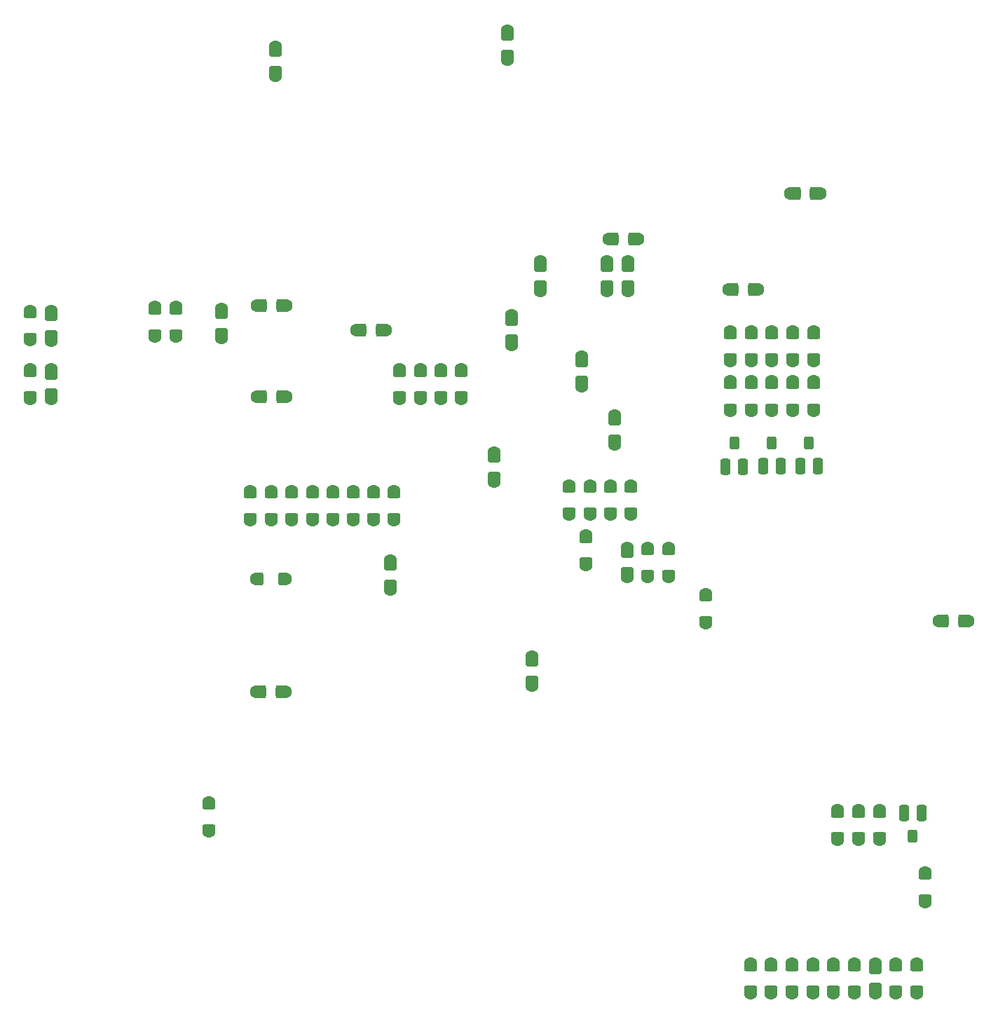
<source format=gbp>
G04 #@! TF.GenerationSoftware,KiCad,Pcbnew,7.0.2-0*
G04 #@! TF.CreationDate,2023-08-18T12:02:02+02:00*
G04 #@! TF.ProjectId,PCE,5043452e-6b69-4636-9164-5f7063625858,rev?*
G04 #@! TF.SameCoordinates,Original*
G04 #@! TF.FileFunction,Paste,Bot*
G04 #@! TF.FilePolarity,Positive*
%FSLAX46Y46*%
G04 Gerber Fmt 4.6, Leading zero omitted, Abs format (unit mm)*
G04 Created by KiCad (PCBNEW 7.0.2-0) date 2023-08-18 12:02:02*
%MOMM*%
%LPD*%
G01*
G04 APERTURE LIST*
G04 Aperture macros list*
%AMRoundRect*
0 Rectangle with rounded corners*
0 $1 Rounding radius*
0 $2 $3 $4 $5 $6 $7 $8 $9 X,Y pos of 4 corners*
0 Add a 4 corners polygon primitive as box body*
4,1,4,$2,$3,$4,$5,$6,$7,$8,$9,$2,$3,0*
0 Add four circle primitives for the rounded corners*
1,1,$1+$1,$2,$3*
1,1,$1+$1,$4,$5*
1,1,$1+$1,$6,$7*
1,1,$1+$1,$8,$9*
0 Add four rect primitives between the rounded corners*
20,1,$1+$1,$2,$3,$4,$5,0*
20,1,$1+$1,$4,$5,$6,$7,0*
20,1,$1+$1,$6,$7,$8,$9,0*
20,1,$1+$1,$8,$9,$2,$3,0*%
G04 Aperture macros list end*
%ADD10C,1.600000*%
%ADD11RoundRect,0.250000X0.550000X-0.325000X0.550000X0.325000X-0.550000X0.325000X-0.550000X-0.325000X0*%
%ADD12RoundRect,0.326087X0.473913X-0.423913X0.473913X0.423913X-0.473913X0.423913X-0.473913X-0.423913X0*%
%ADD13RoundRect,0.326087X-0.473913X0.423913X-0.473913X-0.423913X0.473913X-0.423913X0.473913X0.423913X0*%
%ADD14RoundRect,0.326087X0.423913X0.473913X-0.423913X0.473913X-0.423913X-0.473913X0.423913X-0.473913X0*%
%ADD15RoundRect,0.250000X-0.550000X0.325000X-0.550000X-0.325000X0.550000X-0.325000X0.550000X0.325000X0*%
%ADD16RoundRect,0.300000X0.300000X-0.500000X0.300000X0.500000X-0.300000X0.500000X-0.300000X-0.500000X0*%
%ADD17RoundRect,0.300000X0.300000X-0.700000X0.300000X0.700000X-0.300000X0.700000X-0.300000X-0.700000X0*%
%ADD18RoundRect,0.326087X-0.423913X-0.473913X0.423913X-0.473913X0.423913X0.473913X-0.423913X0.473913X0*%
%ADD19RoundRect,0.250000X0.325000X0.550000X-0.325000X0.550000X-0.325000X-0.550000X0.325000X-0.550000X0*%
%ADD20RoundRect,0.300000X-0.300000X0.700000X-0.300000X-0.700000X0.300000X-0.700000X0.300000X0.700000X0*%
%ADD21RoundRect,0.300000X-0.300000X0.500000X-0.300000X-0.500000X0.300000X-0.500000X0.300000X0.500000X0*%
G04 APERTURE END LIST*
D10*
X141503400Y-79321600D03*
D11*
X141503400Y-79046600D03*
X141503400Y-76096600D03*
D10*
X141503400Y-75821600D03*
X118465600Y-131620200D03*
D11*
X118465600Y-131345200D03*
X118465600Y-128395200D03*
D10*
X118465600Y-128120200D03*
X158546800Y-66291400D03*
D12*
X158546800Y-65841400D03*
X158546800Y-63241400D03*
D10*
X158546800Y-62791400D03*
X186475000Y-74750000D03*
D11*
X186475000Y-74475000D03*
X186475000Y-71525000D03*
D10*
X186475000Y-71250000D03*
X198960000Y-151130000D03*
D12*
X198960000Y-150680000D03*
X198960000Y-148080000D03*
D10*
X198960000Y-147630000D03*
X163525200Y-74300200D03*
D13*
X163525200Y-74750200D03*
X163525200Y-77350200D03*
D10*
X163525200Y-77800200D03*
X191525000Y-74750000D03*
D11*
X191525000Y-74475000D03*
X191525000Y-71525000D03*
D10*
X191525000Y-71250000D03*
X201470000Y-151130000D03*
D11*
X201470000Y-150855000D03*
X201470000Y-147905000D03*
D10*
X201470000Y-147630000D03*
X99390200Y-68785800D03*
D13*
X99390200Y-69235800D03*
X99390200Y-71835800D03*
D10*
X99390200Y-72285800D03*
X99390200Y-79321600D03*
D12*
X99390200Y-78871600D03*
X99390200Y-76271600D03*
D10*
X99390200Y-75821600D03*
X127759400Y-79070200D03*
D14*
X127309400Y-79070200D03*
X124709400Y-79070200D03*
D10*
X124259400Y-79070200D03*
X196443600Y-151127400D03*
D11*
X196443600Y-150852400D03*
X196443600Y-147902400D03*
D10*
X196443600Y-147627400D03*
X148945600Y-79321600D03*
D11*
X148945600Y-79046600D03*
X148945600Y-76096600D03*
D10*
X148945600Y-75821600D03*
X169062400Y-66291400D03*
D12*
X169062400Y-65841400D03*
X169062400Y-63241400D03*
D10*
X169062400Y-62791400D03*
X183896000Y-147630000D03*
D15*
X183896000Y-147905000D03*
X183896000Y-150855000D03*
D10*
X183896000Y-151130000D03*
X194411600Y-129085400D03*
D15*
X194411600Y-129360400D03*
X194411600Y-132310400D03*
D10*
X194411600Y-132585400D03*
X166979600Y-89814400D03*
D15*
X166979600Y-90089400D03*
X166979600Y-93039400D03*
D10*
X166979600Y-93314400D03*
X120015000Y-71981000D03*
D12*
X120015000Y-71531000D03*
X120015000Y-68931000D03*
D10*
X120015000Y-68481000D03*
X191525000Y-80775000D03*
D11*
X191525000Y-80500000D03*
X191525000Y-77550000D03*
D10*
X191525000Y-77275000D03*
X186475000Y-80775000D03*
D11*
X186475000Y-80500000D03*
X186475000Y-77550000D03*
D10*
X186475000Y-77275000D03*
X199466200Y-129085400D03*
D15*
X199466200Y-129360400D03*
X199466200Y-132310400D03*
D10*
X199466200Y-132585400D03*
X183950000Y-71250000D03*
D15*
X183950000Y-71525000D03*
X183950000Y-74475000D03*
D10*
X183950000Y-74750000D03*
X203980000Y-147630000D03*
D15*
X203980000Y-147905000D03*
X203980000Y-150855000D03*
D10*
X203980000Y-151130000D03*
X186385200Y-147627400D03*
D15*
X186385200Y-147902400D03*
X186385200Y-150852400D03*
D10*
X186385200Y-151127400D03*
D16*
X186475000Y-84675000D03*
D17*
X187525000Y-87475000D03*
X185425000Y-87475000D03*
D10*
X126542800Y-36858000D03*
D13*
X126542800Y-37308000D03*
X126542800Y-39908000D03*
D10*
X126542800Y-40358000D03*
X166779000Y-60045600D03*
D18*
X167229000Y-60045600D03*
X169829000Y-60045600D03*
D10*
X170279000Y-60045600D03*
X189000000Y-74750000D03*
D11*
X189000000Y-74475000D03*
X189000000Y-71525000D03*
D10*
X189000000Y-71250000D03*
X157450000Y-110525000D03*
D13*
X157450000Y-110975000D03*
X157450000Y-113575000D03*
D10*
X157450000Y-114025000D03*
X210175000Y-106175000D03*
D14*
X209725000Y-106175000D03*
X207125000Y-106175000D03*
D10*
X206675000Y-106175000D03*
X127708600Y-101142800D03*
D19*
X127433600Y-101142800D03*
X124483600Y-101142800D03*
D10*
X124208600Y-101142800D03*
X178460400Y-106471600D03*
D11*
X178460400Y-106196600D03*
X178460400Y-103246600D03*
D10*
X178460400Y-102971600D03*
X140843000Y-94025600D03*
D11*
X140843000Y-93750600D03*
X140843000Y-90800600D03*
D10*
X140843000Y-90525600D03*
X96901000Y-75826200D03*
D15*
X96901000Y-76101200D03*
X96901000Y-79051200D03*
D10*
X96901000Y-79326200D03*
X124183200Y-114757200D03*
D18*
X124633200Y-114757200D03*
X127233200Y-114757200D03*
D10*
X127683200Y-114757200D03*
X167513000Y-81384200D03*
D13*
X167513000Y-81834200D03*
X167513000Y-84434200D03*
D10*
X167513000Y-84884200D03*
X181425000Y-74750000D03*
D11*
X181425000Y-74475000D03*
X181425000Y-71525000D03*
D10*
X181425000Y-71250000D03*
X188899800Y-151127400D03*
D11*
X188899800Y-150852400D03*
X188899800Y-147902400D03*
D10*
X188899800Y-147627400D03*
X183950000Y-77275000D03*
D15*
X183950000Y-77550000D03*
X183950000Y-80500000D03*
D10*
X183950000Y-80775000D03*
X138379200Y-94033700D03*
D11*
X138379200Y-93758700D03*
X138379200Y-90808700D03*
D10*
X138379200Y-90533700D03*
X189000000Y-77275000D03*
D15*
X189000000Y-77550000D03*
X189000000Y-80500000D03*
D10*
X189000000Y-80775000D03*
X171500800Y-100860800D03*
D11*
X171500800Y-100585800D03*
X171500800Y-97635800D03*
D10*
X171500800Y-97360800D03*
X184782400Y-66167000D03*
D14*
X184332400Y-66167000D03*
X181732400Y-66167000D03*
D10*
X181282400Y-66167000D03*
X188750000Y-54584600D03*
D18*
X189200000Y-54584600D03*
X191800000Y-54584600D03*
D10*
X192250000Y-54584600D03*
X130962400Y-94036300D03*
D11*
X130962400Y-93761300D03*
X130962400Y-90811300D03*
D10*
X130962400Y-90536300D03*
X204978000Y-136603800D03*
D15*
X204978000Y-136878800D03*
X204978000Y-139828800D03*
D10*
X204978000Y-140103800D03*
X135915400Y-94036300D03*
D11*
X135915400Y-93761300D03*
X135915400Y-90811300D03*
D10*
X135915400Y-90536300D03*
X139796400Y-71069200D03*
D14*
X139346400Y-71069200D03*
X136746400Y-71069200D03*
D10*
X136296400Y-71069200D03*
X128473200Y-94036300D03*
D11*
X128473200Y-93761300D03*
X128473200Y-90811300D03*
D10*
X128473200Y-90536300D03*
X140425000Y-102400000D03*
D12*
X140425000Y-101950000D03*
X140425000Y-99350000D03*
D10*
X140425000Y-98900000D03*
X123494800Y-94036300D03*
D11*
X123494800Y-93761300D03*
X123494800Y-90811300D03*
D10*
X123494800Y-90536300D03*
D20*
X204541400Y-129367000D03*
X202441400Y-129367000D03*
D21*
X203491400Y-132167000D03*
D16*
X181925000Y-84725000D03*
D17*
X182975000Y-87525000D03*
X180875000Y-87525000D03*
D10*
X111963200Y-68303200D03*
D15*
X111963200Y-68578200D03*
X111963200Y-71528200D03*
D10*
X111963200Y-71803200D03*
X114503200Y-71803200D03*
D11*
X114503200Y-71528200D03*
X114503200Y-68578200D03*
D10*
X114503200Y-68303200D03*
X173990000Y-100860800D03*
D11*
X173990000Y-100585800D03*
X173990000Y-97635800D03*
D10*
X173990000Y-97360800D03*
X133451600Y-94036300D03*
D11*
X133451600Y-93761300D03*
X133451600Y-90811300D03*
D10*
X133451600Y-90536300D03*
X162001200Y-93317000D03*
D11*
X162001200Y-93042000D03*
X162001200Y-90092000D03*
D10*
X162001200Y-89817000D03*
X155016200Y-72819200D03*
D12*
X155016200Y-72369200D03*
X155016200Y-69769200D03*
D10*
X155016200Y-69319200D03*
X164490400Y-93317000D03*
D11*
X164490400Y-93042000D03*
X164490400Y-90092000D03*
D10*
X164490400Y-89817000D03*
D16*
X190975000Y-84675000D03*
D17*
X192025000Y-87475000D03*
X189925000Y-87475000D03*
D10*
X127759400Y-68097400D03*
D14*
X127309400Y-68097400D03*
X124709400Y-68097400D03*
D10*
X124259400Y-68097400D03*
X169011600Y-100860800D03*
D12*
X169011600Y-100410800D03*
X169011600Y-97810800D03*
D10*
X169011600Y-97360800D03*
X96901000Y-72283200D03*
D11*
X96901000Y-72008200D03*
X96901000Y-69058200D03*
D10*
X96901000Y-68783200D03*
X193929000Y-147630000D03*
D15*
X193929000Y-147905000D03*
X193929000Y-150855000D03*
D10*
X193929000Y-151130000D03*
X154508200Y-34876800D03*
D13*
X154508200Y-35326800D03*
X154508200Y-37926800D03*
D10*
X154508200Y-38376800D03*
X164033200Y-99387600D03*
D11*
X164033200Y-99112600D03*
X164033200Y-96162600D03*
D10*
X164033200Y-95887600D03*
X169468800Y-89814400D03*
D15*
X169468800Y-90089400D03*
X169468800Y-93039400D03*
D10*
X169468800Y-93314400D03*
X191414400Y-151127400D03*
D11*
X191414400Y-150852400D03*
X191414400Y-147902400D03*
D10*
X191414400Y-147627400D03*
X196926200Y-132585400D03*
D11*
X196926200Y-132310400D03*
X196926200Y-129360400D03*
D10*
X196926200Y-129085400D03*
X143992600Y-79321600D03*
D11*
X143992600Y-79046600D03*
X143992600Y-76096600D03*
D10*
X143992600Y-75821600D03*
X146456400Y-75821600D03*
D15*
X146456400Y-76096600D03*
X146456400Y-79046600D03*
D10*
X146456400Y-79321600D03*
X181425000Y-80775000D03*
D11*
X181425000Y-80500000D03*
X181425000Y-77550000D03*
D10*
X181425000Y-77275000D03*
X166547800Y-62791400D03*
D13*
X166547800Y-63241400D03*
X166547800Y-65841400D03*
D10*
X166547800Y-66291400D03*
X125984000Y-94036300D03*
D11*
X125984000Y-93761300D03*
X125984000Y-90811300D03*
D10*
X125984000Y-90536300D03*
X152958800Y-85880000D03*
D13*
X152958800Y-86330000D03*
X152958800Y-88930000D03*
D10*
X152958800Y-89380000D03*
M02*

</source>
